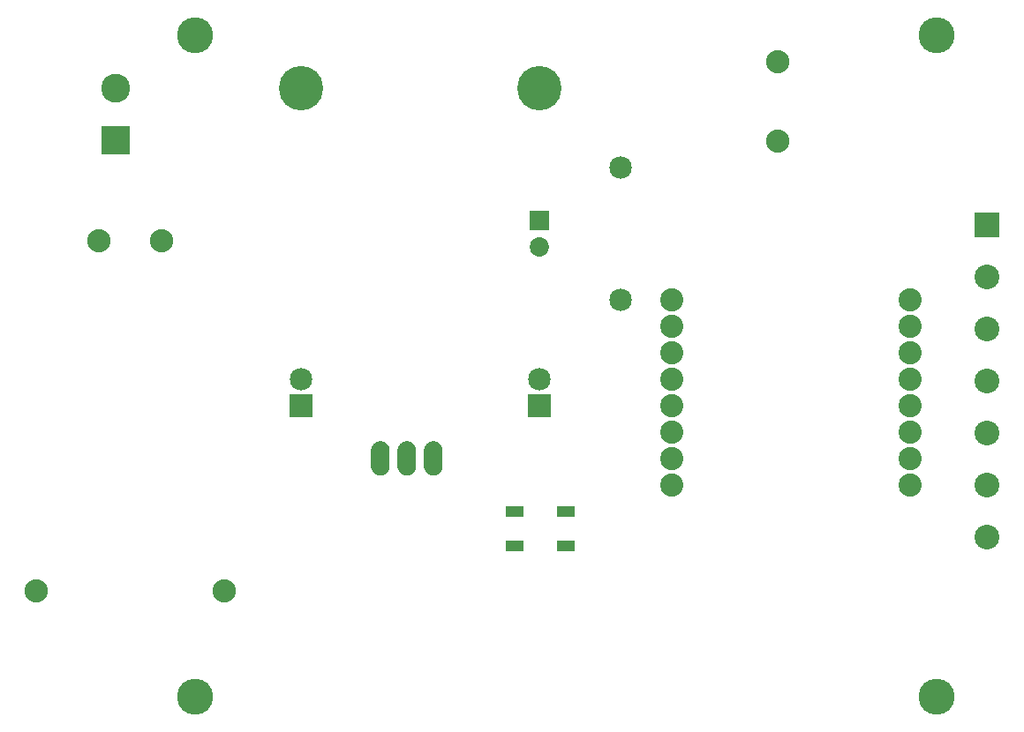
<source format=gts>
G04 MADE WITH FRITZING*
G04 WWW.FRITZING.ORG*
G04 DOUBLE SIDED*
G04 HOLES PLATED*
G04 CONTOUR ON CENTER OF CONTOUR VECTOR*
%ASAXBY*%
%FSLAX23Y23*%
%MOIN*%
%OFA0B0*%
%SFA1.0B1.0*%
%ADD10C,0.088000*%
%ADD11C,0.135984*%
%ADD12C,0.167480*%
%ADD13C,0.063528*%
%ADD14C,0.085000*%
%ADD15C,0.072992*%
%ADD16C,0.087778*%
%ADD17C,0.093307*%
%ADD18C,0.109055*%
%ADD19R,0.067069X0.040236*%
%ADD20R,0.067069X0.040222*%
%ADD21R,0.067083X0.040236*%
%ADD22R,0.067056X0.040222*%
%ADD23R,0.085000X0.085000*%
%ADD24R,0.072992X0.072992*%
%ADD25R,0.093307X0.093307*%
%ADD26R,0.109055X0.109055*%
%ADD27R,0.001000X0.001000*%
%LNMASK1*%
G90*
G70*
G54D10*
X2996Y2237D03*
X2997Y2537D03*
G54D11*
X3597Y137D03*
X3597Y2637D03*
X797Y137D03*
X797Y2637D03*
G54D10*
X670Y1860D03*
X433Y1860D03*
X906Y537D03*
X197Y537D03*
G54D12*
X1197Y2437D03*
X2097Y2437D03*
G54D13*
X1497Y1037D03*
X1597Y1037D03*
X1697Y1037D03*
G54D14*
X1197Y1237D03*
X1197Y1337D03*
X2097Y1237D03*
X2097Y1337D03*
G54D15*
X2097Y1937D03*
X2097Y1838D03*
G54D14*
X2405Y1637D03*
X2405Y2137D03*
G54D16*
X3497Y937D03*
X3497Y1037D03*
X3497Y1137D03*
X3497Y1237D03*
X3497Y1337D03*
X3497Y1437D03*
X3497Y1537D03*
X3497Y1637D03*
X2597Y1637D03*
X2597Y1537D03*
X2597Y1437D03*
X2597Y1337D03*
X2597Y1237D03*
X2597Y1137D03*
X2597Y1037D03*
X2597Y937D03*
G54D17*
X3788Y1921D03*
X3788Y1724D03*
X3788Y1527D03*
X3788Y1330D03*
X3788Y1133D03*
X3788Y936D03*
X3788Y740D03*
G54D18*
X497Y2240D03*
X497Y2437D03*
G54D19*
X2197Y837D03*
G54D20*
X2197Y707D03*
G54D21*
X2004Y837D03*
G54D22*
X2004Y707D03*
G54D23*
X1197Y1237D03*
X2097Y1237D03*
G54D24*
X2097Y1937D03*
G54D25*
X3788Y1921D03*
G54D26*
X497Y2240D03*
G54D27*
X1490Y1101D02*
X1504Y1101D01*
X1590Y1101D02*
X1604Y1101D01*
X1690Y1101D02*
X1704Y1101D01*
X1486Y1100D02*
X1508Y1100D01*
X1586Y1100D02*
X1608Y1100D01*
X1686Y1100D02*
X1708Y1100D01*
X1484Y1099D02*
X1510Y1099D01*
X1584Y1099D02*
X1610Y1099D01*
X1684Y1099D02*
X1710Y1099D01*
X1482Y1098D02*
X1513Y1098D01*
X1582Y1098D02*
X1613Y1098D01*
X1682Y1098D02*
X1713Y1098D01*
X1480Y1097D02*
X1514Y1097D01*
X1580Y1097D02*
X1614Y1097D01*
X1680Y1097D02*
X1714Y1097D01*
X1478Y1096D02*
X1516Y1096D01*
X1578Y1096D02*
X1616Y1096D01*
X1678Y1096D02*
X1716Y1096D01*
X1477Y1095D02*
X1517Y1095D01*
X1577Y1095D02*
X1617Y1095D01*
X1677Y1095D02*
X1717Y1095D01*
X1475Y1094D02*
X1519Y1094D01*
X1575Y1094D02*
X1619Y1094D01*
X1675Y1094D02*
X1719Y1094D01*
X1474Y1093D02*
X1520Y1093D01*
X1574Y1093D02*
X1620Y1093D01*
X1674Y1093D02*
X1720Y1093D01*
X1473Y1092D02*
X1521Y1092D01*
X1573Y1092D02*
X1621Y1092D01*
X1673Y1092D02*
X1721Y1092D01*
X1472Y1091D02*
X1522Y1091D01*
X1572Y1091D02*
X1622Y1091D01*
X1672Y1091D02*
X1722Y1091D01*
X1471Y1090D02*
X1523Y1090D01*
X1571Y1090D02*
X1623Y1090D01*
X1671Y1090D02*
X1723Y1090D01*
X1470Y1089D02*
X1524Y1089D01*
X1570Y1089D02*
X1624Y1089D01*
X1670Y1089D02*
X1724Y1089D01*
X1470Y1088D02*
X1524Y1088D01*
X1570Y1088D02*
X1624Y1088D01*
X1670Y1088D02*
X1724Y1088D01*
X1469Y1087D02*
X1525Y1087D01*
X1569Y1087D02*
X1625Y1087D01*
X1669Y1087D02*
X1725Y1087D01*
X1468Y1086D02*
X1526Y1086D01*
X1568Y1086D02*
X1626Y1086D01*
X1668Y1086D02*
X1726Y1086D01*
X1468Y1085D02*
X1526Y1085D01*
X1568Y1085D02*
X1626Y1085D01*
X1668Y1085D02*
X1726Y1085D01*
X1467Y1084D02*
X1527Y1084D01*
X1567Y1084D02*
X1627Y1084D01*
X1667Y1084D02*
X1727Y1084D01*
X1467Y1083D02*
X1528Y1083D01*
X1567Y1083D02*
X1628Y1083D01*
X1667Y1083D02*
X1727Y1083D01*
X1466Y1082D02*
X1528Y1082D01*
X1566Y1082D02*
X1628Y1082D01*
X1666Y1082D02*
X1728Y1082D01*
X1466Y1081D02*
X1529Y1081D01*
X1566Y1081D02*
X1628Y1081D01*
X1666Y1081D02*
X1728Y1081D01*
X1465Y1080D02*
X1529Y1080D01*
X1565Y1080D02*
X1629Y1080D01*
X1665Y1080D02*
X1729Y1080D01*
X1465Y1079D02*
X1529Y1079D01*
X1565Y1079D02*
X1629Y1079D01*
X1665Y1079D02*
X1729Y1079D01*
X1464Y1078D02*
X1530Y1078D01*
X1564Y1078D02*
X1630Y1078D01*
X1664Y1078D02*
X1730Y1078D01*
X1464Y1077D02*
X1530Y1077D01*
X1564Y1077D02*
X1630Y1077D01*
X1664Y1077D02*
X1730Y1077D01*
X1464Y1076D02*
X1530Y1076D01*
X1564Y1076D02*
X1630Y1076D01*
X1664Y1076D02*
X1730Y1076D01*
X1464Y1075D02*
X1531Y1075D01*
X1564Y1075D02*
X1630Y1075D01*
X1664Y1075D02*
X1730Y1075D01*
X1463Y1074D02*
X1531Y1074D01*
X1563Y1074D02*
X1631Y1074D01*
X1663Y1074D02*
X1731Y1074D01*
X1463Y1073D02*
X1531Y1073D01*
X1563Y1073D02*
X1631Y1073D01*
X1663Y1073D02*
X1731Y1073D01*
X1463Y1072D02*
X1531Y1072D01*
X1563Y1072D02*
X1631Y1072D01*
X1663Y1072D02*
X1731Y1072D01*
X1463Y1071D02*
X1531Y1071D01*
X1563Y1071D02*
X1631Y1071D01*
X1663Y1071D02*
X1731Y1071D01*
X1463Y1070D02*
X1531Y1070D01*
X1563Y1070D02*
X1631Y1070D01*
X1663Y1070D02*
X1731Y1070D01*
X1463Y1069D02*
X1531Y1069D01*
X1563Y1069D02*
X1631Y1069D01*
X1663Y1069D02*
X1731Y1069D01*
X1463Y1068D02*
X1531Y1068D01*
X1563Y1068D02*
X1631Y1068D01*
X1663Y1068D02*
X1731Y1068D01*
X1463Y1067D02*
X1532Y1067D01*
X1563Y1067D02*
X1631Y1067D01*
X1663Y1067D02*
X1731Y1067D01*
X1463Y1066D02*
X1532Y1066D01*
X1563Y1066D02*
X1632Y1066D01*
X1663Y1066D02*
X1731Y1066D01*
X1463Y1065D02*
X1532Y1065D01*
X1563Y1065D02*
X1632Y1065D01*
X1663Y1065D02*
X1731Y1065D01*
X1463Y1064D02*
X1532Y1064D01*
X1563Y1064D02*
X1632Y1064D01*
X1663Y1064D02*
X1731Y1064D01*
X1463Y1063D02*
X1532Y1063D01*
X1563Y1063D02*
X1632Y1063D01*
X1663Y1063D02*
X1731Y1063D01*
X1463Y1062D02*
X1532Y1062D01*
X1563Y1062D02*
X1632Y1062D01*
X1663Y1062D02*
X1731Y1062D01*
X1463Y1061D02*
X1532Y1061D01*
X1563Y1061D02*
X1632Y1061D01*
X1663Y1061D02*
X1731Y1061D01*
X1463Y1060D02*
X1532Y1060D01*
X1563Y1060D02*
X1632Y1060D01*
X1663Y1060D02*
X1731Y1060D01*
X1463Y1059D02*
X1532Y1059D01*
X1563Y1059D02*
X1632Y1059D01*
X1663Y1059D02*
X1731Y1059D01*
X1463Y1058D02*
X1532Y1058D01*
X1563Y1058D02*
X1632Y1058D01*
X1663Y1058D02*
X1731Y1058D01*
X1463Y1057D02*
X1532Y1057D01*
X1563Y1057D02*
X1632Y1057D01*
X1663Y1057D02*
X1731Y1057D01*
X1463Y1056D02*
X1532Y1056D01*
X1563Y1056D02*
X1632Y1056D01*
X1663Y1056D02*
X1731Y1056D01*
X1463Y1055D02*
X1532Y1055D01*
X1563Y1055D02*
X1632Y1055D01*
X1663Y1055D02*
X1731Y1055D01*
X1463Y1054D02*
X1532Y1054D01*
X1563Y1054D02*
X1632Y1054D01*
X1663Y1054D02*
X1731Y1054D01*
X1463Y1053D02*
X1532Y1053D01*
X1563Y1053D02*
X1632Y1053D01*
X1663Y1053D02*
X1731Y1053D01*
X1463Y1052D02*
X1532Y1052D01*
X1563Y1052D02*
X1632Y1052D01*
X1663Y1052D02*
X1731Y1052D01*
X1463Y1051D02*
X1491Y1051D01*
X1503Y1051D02*
X1532Y1051D01*
X1563Y1051D02*
X1591Y1051D01*
X1603Y1051D02*
X1632Y1051D01*
X1663Y1051D02*
X1691Y1051D01*
X1703Y1051D02*
X1731Y1051D01*
X1463Y1050D02*
X1489Y1050D01*
X1505Y1050D02*
X1532Y1050D01*
X1563Y1050D02*
X1589Y1050D01*
X1605Y1050D02*
X1632Y1050D01*
X1663Y1050D02*
X1689Y1050D01*
X1705Y1050D02*
X1731Y1050D01*
X1463Y1049D02*
X1488Y1049D01*
X1506Y1049D02*
X1532Y1049D01*
X1563Y1049D02*
X1588Y1049D01*
X1606Y1049D02*
X1632Y1049D01*
X1663Y1049D02*
X1688Y1049D01*
X1706Y1049D02*
X1731Y1049D01*
X1463Y1048D02*
X1486Y1048D01*
X1508Y1048D02*
X1532Y1048D01*
X1563Y1048D02*
X1586Y1048D01*
X1608Y1048D02*
X1632Y1048D01*
X1663Y1048D02*
X1686Y1048D01*
X1708Y1048D02*
X1731Y1048D01*
X1463Y1047D02*
X1485Y1047D01*
X1509Y1047D02*
X1532Y1047D01*
X1563Y1047D02*
X1585Y1047D01*
X1609Y1047D02*
X1632Y1047D01*
X1663Y1047D02*
X1685Y1047D01*
X1709Y1047D02*
X1731Y1047D01*
X1463Y1046D02*
X1485Y1046D01*
X1509Y1046D02*
X1532Y1046D01*
X1563Y1046D02*
X1585Y1046D01*
X1609Y1046D02*
X1632Y1046D01*
X1663Y1046D02*
X1685Y1046D01*
X1709Y1046D02*
X1731Y1046D01*
X1463Y1045D02*
X1484Y1045D01*
X1510Y1045D02*
X1532Y1045D01*
X1563Y1045D02*
X1584Y1045D01*
X1610Y1045D02*
X1632Y1045D01*
X1663Y1045D02*
X1684Y1045D01*
X1710Y1045D02*
X1731Y1045D01*
X1463Y1044D02*
X1483Y1044D01*
X1511Y1044D02*
X1532Y1044D01*
X1563Y1044D02*
X1583Y1044D01*
X1611Y1044D02*
X1632Y1044D01*
X1663Y1044D02*
X1683Y1044D01*
X1711Y1044D02*
X1731Y1044D01*
X1463Y1043D02*
X1483Y1043D01*
X1511Y1043D02*
X1532Y1043D01*
X1563Y1043D02*
X1583Y1043D01*
X1611Y1043D02*
X1632Y1043D01*
X1663Y1043D02*
X1683Y1043D01*
X1711Y1043D02*
X1731Y1043D01*
X1463Y1042D02*
X1482Y1042D01*
X1512Y1042D02*
X1532Y1042D01*
X1563Y1042D02*
X1582Y1042D01*
X1612Y1042D02*
X1632Y1042D01*
X1663Y1042D02*
X1682Y1042D01*
X1712Y1042D02*
X1731Y1042D01*
X1463Y1041D02*
X1482Y1041D01*
X1512Y1041D02*
X1532Y1041D01*
X1563Y1041D02*
X1582Y1041D01*
X1612Y1041D02*
X1632Y1041D01*
X1663Y1041D02*
X1682Y1041D01*
X1712Y1041D02*
X1731Y1041D01*
X1463Y1040D02*
X1482Y1040D01*
X1512Y1040D02*
X1532Y1040D01*
X1563Y1040D02*
X1582Y1040D01*
X1612Y1040D02*
X1632Y1040D01*
X1663Y1040D02*
X1682Y1040D01*
X1712Y1040D02*
X1731Y1040D01*
X1463Y1039D02*
X1482Y1039D01*
X1512Y1039D02*
X1532Y1039D01*
X1563Y1039D02*
X1582Y1039D01*
X1612Y1039D02*
X1632Y1039D01*
X1663Y1039D02*
X1682Y1039D01*
X1712Y1039D02*
X1731Y1039D01*
X1463Y1038D02*
X1482Y1038D01*
X1512Y1038D02*
X1532Y1038D01*
X1563Y1038D02*
X1582Y1038D01*
X1612Y1038D02*
X1632Y1038D01*
X1663Y1038D02*
X1682Y1038D01*
X1712Y1038D02*
X1731Y1038D01*
X1463Y1037D02*
X1482Y1037D01*
X1513Y1037D02*
X1532Y1037D01*
X1563Y1037D02*
X1582Y1037D01*
X1612Y1037D02*
X1632Y1037D01*
X1663Y1037D02*
X1682Y1037D01*
X1712Y1037D02*
X1731Y1037D01*
X1463Y1036D02*
X1482Y1036D01*
X1512Y1036D02*
X1532Y1036D01*
X1563Y1036D02*
X1577Y1036D01*
X1612Y1036D02*
X1632Y1036D01*
X1663Y1036D02*
X1682Y1036D01*
X1712Y1036D02*
X1731Y1036D01*
X1463Y1035D02*
X1482Y1035D01*
X1512Y1035D02*
X1532Y1035D01*
X1563Y1035D02*
X1577Y1035D01*
X1582Y1035D02*
X1582Y1035D01*
X1612Y1035D02*
X1632Y1035D01*
X1663Y1035D02*
X1682Y1035D01*
X1712Y1035D02*
X1731Y1035D01*
X1463Y1034D02*
X1482Y1034D01*
X1512Y1034D02*
X1532Y1034D01*
X1563Y1034D02*
X1577Y1034D01*
X1581Y1034D02*
X1582Y1034D01*
X1612Y1034D02*
X1632Y1034D01*
X1663Y1034D02*
X1682Y1034D01*
X1712Y1034D02*
X1731Y1034D01*
X1463Y1033D02*
X1482Y1033D01*
X1512Y1033D02*
X1532Y1033D01*
X1563Y1033D02*
X1577Y1033D01*
X1580Y1033D02*
X1582Y1033D01*
X1612Y1033D02*
X1632Y1033D01*
X1663Y1033D02*
X1682Y1033D01*
X1712Y1033D02*
X1731Y1033D01*
X1463Y1032D02*
X1482Y1032D01*
X1512Y1032D02*
X1532Y1032D01*
X1563Y1032D02*
X1582Y1032D01*
X1612Y1032D02*
X1632Y1032D01*
X1663Y1032D02*
X1682Y1032D01*
X1712Y1032D02*
X1731Y1032D01*
X1463Y1031D02*
X1483Y1031D01*
X1511Y1031D02*
X1532Y1031D01*
X1563Y1031D02*
X1583Y1031D01*
X1611Y1031D02*
X1632Y1031D01*
X1663Y1031D02*
X1683Y1031D01*
X1711Y1031D02*
X1731Y1031D01*
X1463Y1030D02*
X1483Y1030D01*
X1511Y1030D02*
X1532Y1030D01*
X1563Y1030D02*
X1583Y1030D01*
X1611Y1030D02*
X1632Y1030D01*
X1663Y1030D02*
X1683Y1030D01*
X1711Y1030D02*
X1731Y1030D01*
X1463Y1029D02*
X1484Y1029D01*
X1510Y1029D02*
X1532Y1029D01*
X1563Y1029D02*
X1584Y1029D01*
X1610Y1029D02*
X1632Y1029D01*
X1663Y1029D02*
X1684Y1029D01*
X1710Y1029D02*
X1731Y1029D01*
X1463Y1028D02*
X1485Y1028D01*
X1509Y1028D02*
X1532Y1028D01*
X1563Y1028D02*
X1585Y1028D01*
X1609Y1028D02*
X1632Y1028D01*
X1663Y1028D02*
X1685Y1028D01*
X1709Y1028D02*
X1731Y1028D01*
X1463Y1027D02*
X1485Y1027D01*
X1509Y1027D02*
X1532Y1027D01*
X1563Y1027D02*
X1585Y1027D01*
X1609Y1027D02*
X1632Y1027D01*
X1663Y1027D02*
X1685Y1027D01*
X1709Y1027D02*
X1731Y1027D01*
X1463Y1026D02*
X1486Y1026D01*
X1508Y1026D02*
X1532Y1026D01*
X1563Y1026D02*
X1586Y1026D01*
X1608Y1026D02*
X1632Y1026D01*
X1663Y1026D02*
X1686Y1026D01*
X1708Y1026D02*
X1731Y1026D01*
X1463Y1025D02*
X1488Y1025D01*
X1506Y1025D02*
X1532Y1025D01*
X1563Y1025D02*
X1588Y1025D01*
X1606Y1025D02*
X1632Y1025D01*
X1663Y1025D02*
X1688Y1025D01*
X1706Y1025D02*
X1731Y1025D01*
X1463Y1024D02*
X1489Y1024D01*
X1505Y1024D02*
X1532Y1024D01*
X1563Y1024D02*
X1589Y1024D01*
X1605Y1024D02*
X1632Y1024D01*
X1663Y1024D02*
X1689Y1024D01*
X1705Y1024D02*
X1731Y1024D01*
X1463Y1023D02*
X1491Y1023D01*
X1503Y1023D02*
X1532Y1023D01*
X1563Y1023D02*
X1591Y1023D01*
X1603Y1023D02*
X1632Y1023D01*
X1663Y1023D02*
X1691Y1023D01*
X1703Y1023D02*
X1731Y1023D01*
X1463Y1022D02*
X1532Y1022D01*
X1563Y1022D02*
X1632Y1022D01*
X1663Y1022D02*
X1731Y1022D01*
X1463Y1021D02*
X1532Y1021D01*
X1563Y1021D02*
X1632Y1021D01*
X1663Y1021D02*
X1731Y1021D01*
X1463Y1020D02*
X1532Y1020D01*
X1563Y1020D02*
X1632Y1020D01*
X1663Y1020D02*
X1731Y1020D01*
X1463Y1019D02*
X1532Y1019D01*
X1563Y1019D02*
X1632Y1019D01*
X1663Y1019D02*
X1731Y1019D01*
X1463Y1018D02*
X1532Y1018D01*
X1563Y1018D02*
X1632Y1018D01*
X1663Y1018D02*
X1731Y1018D01*
X1463Y1017D02*
X1532Y1017D01*
X1563Y1017D02*
X1632Y1017D01*
X1663Y1017D02*
X1731Y1017D01*
X1463Y1016D02*
X1532Y1016D01*
X1563Y1016D02*
X1632Y1016D01*
X1663Y1016D02*
X1731Y1016D01*
X1463Y1015D02*
X1532Y1015D01*
X1563Y1015D02*
X1632Y1015D01*
X1663Y1015D02*
X1731Y1015D01*
X1463Y1014D02*
X1532Y1014D01*
X1563Y1014D02*
X1632Y1014D01*
X1663Y1014D02*
X1731Y1014D01*
X1463Y1013D02*
X1532Y1013D01*
X1563Y1013D02*
X1632Y1013D01*
X1663Y1013D02*
X1731Y1013D01*
X1463Y1012D02*
X1532Y1012D01*
X1563Y1012D02*
X1632Y1012D01*
X1663Y1012D02*
X1731Y1012D01*
X1463Y1011D02*
X1532Y1011D01*
X1563Y1011D02*
X1632Y1011D01*
X1663Y1011D02*
X1731Y1011D01*
X1463Y1010D02*
X1532Y1010D01*
X1563Y1010D02*
X1632Y1010D01*
X1663Y1010D02*
X1731Y1010D01*
X1463Y1009D02*
X1532Y1009D01*
X1563Y1009D02*
X1632Y1009D01*
X1663Y1009D02*
X1731Y1009D01*
X1463Y1008D02*
X1532Y1008D01*
X1563Y1008D02*
X1632Y1008D01*
X1663Y1008D02*
X1731Y1008D01*
X1463Y1007D02*
X1532Y1007D01*
X1563Y1007D02*
X1631Y1007D01*
X1663Y1007D02*
X1731Y1007D01*
X1463Y1006D02*
X1531Y1006D01*
X1563Y1006D02*
X1631Y1006D01*
X1663Y1006D02*
X1731Y1006D01*
X1463Y1005D02*
X1531Y1005D01*
X1563Y1005D02*
X1631Y1005D01*
X1663Y1005D02*
X1731Y1005D01*
X1463Y1004D02*
X1531Y1004D01*
X1563Y1004D02*
X1631Y1004D01*
X1663Y1004D02*
X1731Y1004D01*
X1463Y1003D02*
X1531Y1003D01*
X1563Y1003D02*
X1631Y1003D01*
X1663Y1003D02*
X1731Y1003D01*
X1463Y1002D02*
X1531Y1002D01*
X1563Y1002D02*
X1631Y1002D01*
X1663Y1002D02*
X1731Y1002D01*
X1463Y1001D02*
X1531Y1001D01*
X1563Y1001D02*
X1631Y1001D01*
X1663Y1001D02*
X1731Y1001D01*
X1463Y1000D02*
X1531Y1000D01*
X1563Y1000D02*
X1631Y1000D01*
X1663Y1000D02*
X1731Y1000D01*
X1464Y999D02*
X1531Y999D01*
X1564Y999D02*
X1630Y999D01*
X1664Y999D02*
X1730Y999D01*
X1464Y998D02*
X1530Y998D01*
X1564Y998D02*
X1630Y998D01*
X1664Y998D02*
X1730Y998D01*
X1464Y997D02*
X1530Y997D01*
X1564Y997D02*
X1630Y997D01*
X1664Y997D02*
X1730Y997D01*
X1464Y996D02*
X1530Y996D01*
X1564Y996D02*
X1630Y996D01*
X1664Y996D02*
X1730Y996D01*
X1465Y995D02*
X1529Y995D01*
X1565Y995D02*
X1629Y995D01*
X1665Y995D02*
X1729Y995D01*
X1465Y994D02*
X1529Y994D01*
X1565Y994D02*
X1629Y994D01*
X1665Y994D02*
X1729Y994D01*
X1466Y993D02*
X1528Y993D01*
X1566Y993D02*
X1628Y993D01*
X1666Y993D02*
X1728Y993D01*
X1466Y992D02*
X1528Y992D01*
X1566Y992D02*
X1628Y992D01*
X1666Y992D02*
X1728Y992D01*
X1467Y991D02*
X1528Y991D01*
X1567Y991D02*
X1627Y991D01*
X1667Y991D02*
X1727Y991D01*
X1467Y990D02*
X1527Y990D01*
X1567Y990D02*
X1627Y990D01*
X1667Y990D02*
X1727Y990D01*
X1468Y989D02*
X1526Y989D01*
X1568Y989D02*
X1626Y989D01*
X1668Y989D02*
X1726Y989D01*
X1468Y988D02*
X1526Y988D01*
X1568Y988D02*
X1626Y988D01*
X1668Y988D02*
X1726Y988D01*
X1469Y987D02*
X1525Y987D01*
X1569Y987D02*
X1625Y987D01*
X1669Y987D02*
X1725Y987D01*
X1470Y986D02*
X1524Y986D01*
X1570Y986D02*
X1624Y986D01*
X1670Y986D02*
X1724Y986D01*
X1470Y985D02*
X1524Y985D01*
X1570Y985D02*
X1624Y985D01*
X1670Y985D02*
X1724Y985D01*
X1471Y984D02*
X1523Y984D01*
X1571Y984D02*
X1623Y984D01*
X1671Y984D02*
X1723Y984D01*
X1472Y983D02*
X1522Y983D01*
X1572Y983D02*
X1622Y983D01*
X1672Y983D02*
X1722Y983D01*
X1473Y982D02*
X1521Y982D01*
X1573Y982D02*
X1621Y982D01*
X1673Y982D02*
X1721Y982D01*
X1474Y981D02*
X1520Y981D01*
X1574Y981D02*
X1620Y981D01*
X1674Y981D02*
X1720Y981D01*
X1475Y980D02*
X1519Y980D01*
X1575Y980D02*
X1619Y980D01*
X1675Y980D02*
X1719Y980D01*
X1477Y979D02*
X1517Y979D01*
X1577Y979D02*
X1617Y979D01*
X1677Y979D02*
X1717Y979D01*
X1478Y978D02*
X1516Y978D01*
X1578Y978D02*
X1616Y978D01*
X1678Y978D02*
X1716Y978D01*
X1480Y977D02*
X1514Y977D01*
X1580Y977D02*
X1614Y977D01*
X1680Y977D02*
X1714Y977D01*
X1482Y976D02*
X1512Y976D01*
X1582Y976D02*
X1612Y976D01*
X1682Y976D02*
X1712Y976D01*
X1484Y975D02*
X1510Y975D01*
X1584Y975D02*
X1610Y975D01*
X1684Y975D02*
X1710Y975D01*
X1486Y974D02*
X1508Y974D01*
X1586Y974D02*
X1608Y974D01*
X1686Y974D02*
X1708Y974D01*
X1490Y973D02*
X1504Y973D01*
X1590Y973D02*
X1604Y973D01*
X1690Y973D02*
X1704Y973D01*
D02*
G04 End of Mask1*
M02*
</source>
